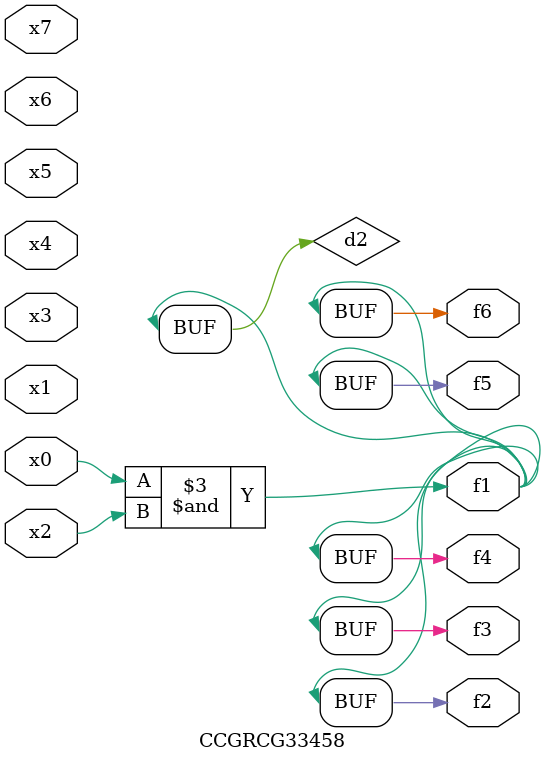
<source format=v>
module CCGRCG33458(
	input x0, x1, x2, x3, x4, x5, x6, x7,
	output f1, f2, f3, f4, f5, f6
);

	wire d1, d2;

	nor (d1, x3, x6);
	and (d2, x0, x2);
	assign f1 = d2;
	assign f2 = d2;
	assign f3 = d2;
	assign f4 = d2;
	assign f5 = d2;
	assign f6 = d2;
endmodule

</source>
